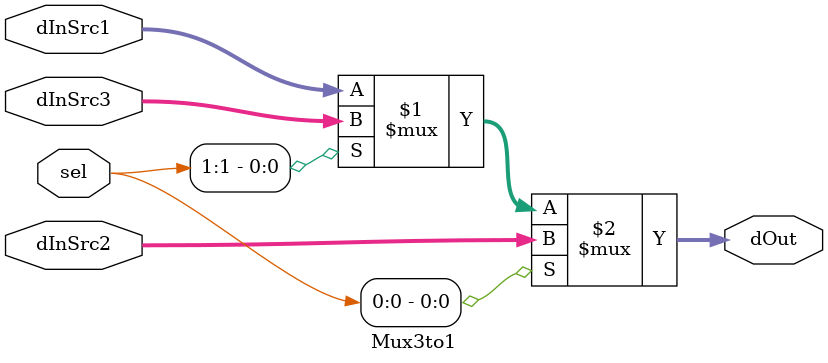
<source format=v>
module Mux3to1(sel, dInSrc1, dInSrc2, dInSrc3, dOut);
	parameter BIT_WIDTH = 32;
	
	input [1 : 0] sel;
	input [BIT_WIDTH - 1 : 0] dInSrc1, dInSrc2, dInSrc3;
	output [BIT_WIDTH - 1 : 0] dOut;
  
	assign dOut = sel[0] ? dInSrc2 :
					  sel[1] ? dInSrc3 :
								  dInSrc1;
endmodule

</source>
